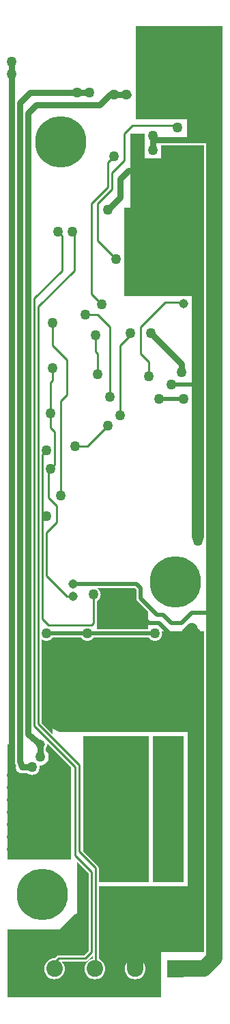
<source format=gbr>
G04 start of page 2 for group 0 idx 0 *
G04 Title: LED driver v. 0.1, back *
G04 Creator: pcb 1.99x *
G04 CreationDate: Sun Jul 26 20:33:58 2009 UTC *
G04 For: davidellsworth *
G04 Format: Gerber/RS-274X *
G04 PCB-Dimensions: 113000 481000 *
G04 PCB-Coordinate-Origin: lower left *
%MOIN*%
%FSLAX24Y24*%
%LNBACK*%
%ADD11C,0.0200*%
%ADD12C,0.0300*%
%ADD13C,0.0800*%
%ADD14C,0.0600*%
%ADD15C,0.0400*%
%ADD16C,0.0100*%
%ADD17C,0.0812*%
%ADD18C,0.0500*%
%ADD19C,0.2500*%
%ADD20C,0.0450*%
%ADD21C,0.0512*%
%ADD22C,0.0250*%
%ADD23C,0.1250*%
G54D11*X2200Y18200D02*X7500D01*
X7700Y29600D02*X8900D01*
G54D12*X7300Y32800D02*X8800Y31300D01*
Y30900D01*
G54D11*G36*
X3700Y3300D02*Y7087D01*
X4249Y6538D01*
Y3300D01*
X3700D01*
G37*
G36*
X300Y500D02*Y3800D01*
X4249D01*
Y2762D01*
X4037Y2550D01*
X2800D01*
X2794Y2549D01*
X2786D01*
X2779Y2548D01*
X2774Y2547D01*
X2768Y2546D01*
X2761Y2544D01*
X2755Y2542D01*
X2748Y2541D01*
X2743Y2538D01*
X2736Y2536D01*
X2730Y2532D01*
X2725Y2529D01*
X2720Y2526D01*
X2713Y2522D01*
X2708Y2518D01*
X2703Y2514D01*
X2699Y2510D01*
X2693Y2506D01*
X2593Y2405D01*
X2506Y2398D01*
X2421Y2375D01*
X2341Y2338D01*
X2269Y2287D01*
X2207Y2225D01*
X2156Y2153D01*
X2119Y2073D01*
X2096Y1987D01*
X2088Y1900D01*
X2096Y1812D01*
X2119Y1727D01*
X2156Y1647D01*
X2207Y1574D01*
X2269Y1512D01*
X2341Y1461D01*
X2421Y1424D01*
X2506Y1401D01*
X2594Y1394D01*
X2682Y1401D01*
X2767Y1424D01*
X2847Y1461D01*
X2919Y1512D01*
X2982Y1574D01*
X3032Y1647D01*
X3069Y1727D01*
X3092Y1812D01*
X3100Y1900D01*
X3092Y1987D01*
X3069Y2073D01*
X3032Y2153D01*
X2982Y2225D01*
X2957Y2250D01*
X4100D01*
X4107Y2250D01*
X4113D01*
X4118Y2251D01*
X4126Y2252D01*
X4133Y2254D01*
X4138Y2255D01*
X4143Y2257D01*
X4151Y2259D01*
X4157Y2262D01*
X4163Y2264D01*
X4168Y2267D01*
X4175Y2270D01*
X4181Y2274D01*
X4186Y2277D01*
X4190Y2280D01*
X4196Y2285D01*
X4201Y2290D01*
X4206Y2294D01*
X4449Y2537D01*
Y2391D01*
X4390Y2375D01*
X4310Y2338D01*
X4237Y2287D01*
X4175Y2225D01*
X4124Y2153D01*
X4087Y2073D01*
X4064Y1987D01*
X4057Y1900D01*
X4064Y1812D01*
X4087Y1727D01*
X4124Y1647D01*
X4175Y1574D01*
X4237Y1512D01*
X4310Y1461D01*
X4390Y1424D01*
X4475Y1401D01*
X4563Y1394D01*
X4650Y1401D01*
X4736Y1424D01*
X4816Y1461D01*
X4888Y1512D01*
X4950Y1574D01*
X5001Y1647D01*
X5038Y1727D01*
X5061Y1812D01*
X5068Y1900D01*
X5061Y1987D01*
X5038Y2073D01*
X5001Y2153D01*
X4950Y2225D01*
X4888Y2287D01*
X4816Y2338D01*
X4750Y2368D01*
Y3800D01*
X6531D01*
Y2405D01*
X6443Y2398D01*
X6358Y2375D01*
X6278Y2338D01*
X6206Y2287D01*
X6144Y2225D01*
X6093Y2153D01*
X6056Y2073D01*
X6033Y1987D01*
X6025Y1900D01*
X6033Y1812D01*
X6056Y1727D01*
X6093Y1647D01*
X6144Y1574D01*
X6206Y1512D01*
X6278Y1461D01*
X6358Y1424D01*
X6443Y1401D01*
X6531Y1394D01*
Y500D01*
X300D01*
G37*
G36*
X6531Y3800D02*X7800D01*
Y500D01*
X6531D01*
Y1394D01*
X6619Y1401D01*
X6704Y1424D01*
X6784Y1461D01*
X6856Y1512D01*
X6919Y1574D01*
X6969Y1647D01*
X7006Y1727D01*
X7029Y1812D01*
X7037Y1900D01*
X7029Y1987D01*
X7006Y2073D01*
X6969Y2153D01*
X6919Y2225D01*
X6856Y2287D01*
X6784Y2338D01*
X6704Y2375D01*
X6619Y2398D01*
X6531Y2405D01*
Y3800D01*
G37*
G36*
X4800Y1200D02*Y1454D01*
X4816Y1461D01*
X4888Y1512D01*
X4950Y1574D01*
X5001Y1647D01*
X5038Y1727D01*
X5061Y1812D01*
X5068Y1900D01*
X5061Y1987D01*
X5038Y2073D01*
X5001Y2153D01*
X4950Y2225D01*
X4888Y2287D01*
X4816Y2338D01*
X4800Y2345D01*
Y2700D01*
X6531D01*
Y2405D01*
X6443Y2398D01*
X6358Y2375D01*
X6278Y2338D01*
X6206Y2287D01*
X6144Y2225D01*
X6093Y2153D01*
X6056Y2073D01*
X6033Y1987D01*
X6025Y1900D01*
X6033Y1812D01*
X6056Y1727D01*
X6093Y1647D01*
X6144Y1574D01*
X6206Y1512D01*
X6278Y1461D01*
X6358Y1424D01*
X6443Y1401D01*
X6531Y1394D01*
Y1200D01*
X4800D01*
G37*
G36*
X6531Y2700D02*X7600D01*
Y1200D01*
X6531D01*
Y1394D01*
X6619Y1401D01*
X6704Y1424D01*
X6784Y1461D01*
X6856Y1512D01*
X6919Y1574D01*
X6969Y1647D01*
X7006Y1727D01*
X7029Y1812D01*
X7037Y1900D01*
X7029Y1987D01*
X7006Y2073D01*
X6969Y2153D01*
X6919Y2225D01*
X6856Y2287D01*
X6784Y2338D01*
X6704Y2375D01*
X6619Y2398D01*
X6531Y2405D01*
Y2700D01*
G37*
G36*
X4750Y5900D02*X9900D01*
Y2700D01*
X4750D01*
Y5900D01*
G37*
G36*
X4679Y20400D02*X6517D01*
X6600Y20317D01*
Y19900D01*
X6600Y19892D01*
Y19882D01*
X6602Y19873D01*
X6603Y19865D01*
X6605Y19856D01*
X6606Y19848D01*
X6609Y19839D01*
X6612Y19831D01*
X6615Y19824D01*
X6618Y19815D01*
X6623Y19807D01*
X6626Y19800D01*
X6631Y19793D01*
X6636Y19785D01*
X6642Y19778D01*
X6646Y19771D01*
X6652Y19765D01*
X6658Y19758D01*
X7150Y19267D01*
Y18400D01*
X4650D01*
Y19785D01*
X4675Y19796D01*
X4725Y19831D01*
X4768Y19875D01*
X4803Y19924D01*
X4829Y19980D01*
X4844Y20039D01*
X4850Y20100D01*
X4844Y20160D01*
X4829Y20219D01*
X4803Y20275D01*
X4768Y20325D01*
X4725Y20368D01*
X4679Y20400D01*
G37*
G36*
X1950Y13862D02*Y14200D01*
X2500D01*
Y13312D01*
X1950Y13862D01*
G37*
G36*
Y17956D02*X1975Y17931D01*
X2024Y17896D01*
X2080Y17871D01*
X2139Y17855D01*
X2200Y17849D01*
X2260Y17855D01*
X2319Y17871D01*
X2375Y17896D01*
X2425Y17931D01*
X2468Y17975D01*
X2485Y18000D01*
X3914D01*
X3931Y17975D01*
X3975Y17931D01*
X4024Y17896D01*
X4080Y17871D01*
X4139Y17855D01*
X4200Y17849D01*
X4260Y17855D01*
X4319Y17871D01*
X4375Y17896D01*
X4425Y17931D01*
X4468Y17975D01*
X4485Y18000D01*
X7214D01*
X7231Y17975D01*
X7275Y17931D01*
X7324Y17896D01*
X7380Y17871D01*
X7439Y17855D01*
X7500Y17849D01*
X7560Y17855D01*
X7619Y17871D01*
X7675Y17896D01*
X7725Y17931D01*
X7768Y17975D01*
X7803Y18024D01*
X7829Y18080D01*
X7844Y18139D01*
X7850Y18200D01*
X7844Y18260D01*
X7834Y18300D01*
X9900D01*
Y14000D01*
X1950D01*
Y17956D01*
G37*
G36*
X7900Y38800D02*Y41800D01*
X9900D01*
Y38800D01*
X7900D01*
G37*
G36*
X6300Y42500D02*X7000D01*
Y41150D01*
X6300D01*
Y42500D01*
G37*
G36*
X7800Y41950D02*X9900D01*
Y41200D01*
X7800D01*
Y41950D01*
G37*
G36*
X6950Y41300D02*X8000D01*
Y41150D01*
X6950D01*
Y41300D01*
G37*
G36*
X6300Y38800D02*Y41300D01*
X8000D01*
Y38800D01*
X6300D01*
G37*
G36*
X6000Y34600D02*Y38900D01*
X9400D01*
Y34600D01*
X6000D01*
G37*
G54D13*X9500Y3800D02*Y14300D01*
Y13800D02*X2900D01*
G54D14*X5600Y15700D02*Y14100D01*
G54D11*X7200Y18700D02*X6700Y19200D01*
G54D14*X9100Y14100D02*Y18200D01*
X9300Y18400D01*
G54D11*X8800Y18200D02*X8200D01*
X7700Y18700D01*
X7200D01*
G54D14*X2300Y14200D02*X2700Y13800D01*
X2300Y15500D02*Y14200D01*
G54D13*X9500Y3800D02*X8800Y3100D01*
X6900D01*
X6531Y2731D01*
Y1900D01*
X3800Y4200D02*X2900Y3300D01*
G54D14*X9600Y40600D02*Y22900D01*
G54D12*X5800Y39400D02*Y40300D01*
X6200Y40700D01*
X9700Y40600D01*
G54D11*X9400Y30300D02*X8300D01*
G54D12*X5200Y38800D02*X5800Y39400D01*
G54D11*G36*
X6550Y47750D02*X10800D01*
Y43200D01*
X6550D01*
Y47750D01*
G37*
G36*
X9050Y43300D02*X10200D01*
Y42556D01*
X10150Y42533D01*
X10078Y42483D01*
X10017Y42421D01*
X9967Y42350D01*
X9943Y42300D01*
X9050D01*
Y43300D01*
G37*
G36*
X9800Y42200D02*Y43400D01*
X10800D01*
Y42397D01*
X10783Y42421D01*
X10721Y42483D01*
X10650Y42533D01*
X10571Y42569D01*
X10486Y42592D01*
X10400Y42600D01*
X10313Y42592D01*
X10229Y42569D01*
X10150Y42533D01*
X10078Y42483D01*
X10017Y42421D01*
X9967Y42350D01*
X9930Y42271D01*
X9911Y42200D01*
X9800D01*
G37*
G36*
X7400Y6100D02*Y13200D01*
X8900D01*
Y6100D01*
X7400D01*
G37*
G36*
X4000Y7612D02*Y13200D01*
X7200D01*
Y6100D01*
X4750D01*
Y6800D01*
X4750D01*
X4749Y6807D01*
Y6813D01*
X4748Y6818D01*
X4747Y6826D01*
X4745Y6833D01*
X4744Y6838D01*
X4743Y6843D01*
X4741Y6851D01*
X4737Y6858D01*
X4735Y6863D01*
X4733Y6867D01*
X4730Y6875D01*
X4725Y6882D01*
X4722Y6886D01*
X4719Y6889D01*
X4715Y6896D01*
X4709Y6902D01*
X4706Y6906D01*
X4000Y7612D01*
G37*
G36*
X300Y12800D02*X630D01*
Y12000D01*
X634Y11953D01*
X646Y11907D01*
X666Y11865D01*
X693Y11826D01*
X694Y11824D01*
X716Y11759D01*
X714Y11750D01*
X710Y11700D01*
X714Y11649D01*
X727Y11600D01*
X748Y11555D01*
X777Y11513D01*
X813Y11477D01*
X855Y11448D01*
X900Y11427D01*
X949Y11414D01*
X1000Y11410D01*
X1271D01*
X1315Y11379D01*
X1373Y11352D01*
X1435Y11335D01*
X1500Y11330D01*
X1564Y11335D01*
X1626Y11352D01*
X1685Y11379D01*
X1737Y11416D01*
X1783Y11462D01*
X1820Y11515D01*
X1847Y11573D01*
X1864Y11635D01*
X1870Y11700D01*
X1864Y11764D01*
X1856Y11793D01*
X1900Y11790D01*
X1971Y11796D01*
X2040Y11814D01*
X2105Y11844D01*
X2163Y11885D01*
X2214Y11936D01*
X2255Y11995D01*
X2285Y12059D01*
X2303Y12128D01*
X2310Y12200D01*
X2303Y12271D01*
X2285Y12340D01*
X2255Y12405D01*
X2214Y12463D01*
X2163Y12514D01*
X2150Y12523D01*
Y12592D01*
X2181Y12637D01*
X2205Y12688D01*
X2220Y12743D01*
X2225Y12800D01*
X2287D01*
X3400Y11687D01*
Y7200D01*
X300D01*
Y12800D01*
G37*
G54D12*X4800Y43900D02*X5300Y44400D01*
X6200D01*
G54D15*X10100Y42900D02*Y42300D01*
G54D12*X7400Y42200D02*X10100D01*
G54D16*X8400Y42900D02*X8600Y42800D01*
G54D12*X7400Y42200D02*Y41700D01*
G54D16*X6000Y41200D02*Y42500D01*
X6400Y42900D01*
G54D12*X1700Y43900D02*X4800D01*
G54D16*X3200Y29800D02*Y31500D01*
X2500Y32200D02*X3200Y31500D01*
X2400Y30400D02*X2500Y30500D01*
Y31100D01*
X4700Y33700D02*X4100D01*
X1800Y34100D02*X3550Y35850D01*
X4900Y34200D02*X4400Y34700D01*
X1600Y34500D02*X2950Y35850D01*
X3550Y37650D02*X3450Y37750D01*
X2950Y35850D02*Y37550D01*
X2800Y37700D01*
X3550Y35850D02*Y37650D01*
X4600Y32700D02*Y31900D01*
X4700Y31800D01*
Y30800D01*
X4400Y34700D02*Y39100D01*
X5600Y36400D02*X4700Y37300D01*
Y39100D01*
X5200Y39900D02*X4400Y39100D01*
X4700D02*X5400Y39800D01*
Y40600D01*
X6000Y41200D01*
X5200Y41100D02*Y39900D01*
X5500Y41400D02*X5200Y41100D01*
X8000Y34300D02*X8900D01*
X5800Y32200D02*X6300Y32700D01*
G54D12*X1300Y13300D02*Y43500D01*
X900Y12000D02*Y44000D01*
X1400Y44500D01*
G54D16*X1600Y13700D02*Y34500D01*
X1800Y34100D02*Y13800D01*
X3200Y20000D02*X3500D01*
X2200Y23900D02*X2000Y24100D01*
X2200Y21000D02*Y23100D01*
X2700Y23600D01*
Y24400D01*
X2300Y24800D01*
X2900Y24900D02*Y29500D01*
X2300Y26100D02*X2600Y26400D01*
Y28000D01*
X2900Y29500D02*X3200Y29800D01*
X2300Y24800D02*Y26100D01*
X2200Y27100D02*X2000Y26900D01*
X3700Y27300D02*X3600Y27200D01*
X5200Y28300D02*X4200Y27300D01*
X3700D01*
G54D12*X500Y10800D02*Y46000D01*
G54D16*X4400Y2700D02*Y6600D01*
X3600Y11700D02*Y7400D01*
X1800Y13800D02*X3800Y11800D01*
X1600Y13700D02*X3600Y11700D01*
Y7400D02*X4400Y6600D01*
X3800Y7600D02*Y11800D01*
X4600Y6800D02*X3800Y7600D01*
X4600Y1900D02*Y6800D01*
G54D12*X1000Y11700D02*X900Y12000D01*
X1000Y11700D02*X1500D01*
G54D16*X4400Y2700D02*X4100Y2400D01*
X2800D01*
X2600Y2200D01*
G54D13*X10400Y2400D02*X9900Y1900D01*
X8500D01*
G54D16*X2600Y2200D02*Y1900D01*
G54D12*X1300Y13300D02*X1900Y12800D01*
G54D11*X3500Y20600D02*X6600D01*
G54D12*X1900Y12300D02*Y12200D01*
Y12800D02*Y12300D01*
G54D11*X8800Y18700D02*X9300Y19200D01*
X10300D01*
X8300Y18700D02*X8800D01*
G54D16*X2200Y23900D02*X2000Y23700D01*
Y26900D02*Y18900D01*
X2300Y18600D01*
X4400D01*
X4500Y18700D01*
G54D11*X6600Y20600D02*X6800Y20400D01*
Y19900D01*
X7600Y19100D01*
G54D16*X6400Y42900D02*X8400D01*
G54D11*X7600Y19100D02*X7900D01*
X8300Y18700D01*
G54D16*X6800Y33100D02*X8000Y34300D01*
X2600Y28000D02*X2400Y28200D01*
Y30400D01*
X2500Y32200D02*Y33300D01*
G54D13*X10400Y2400D02*Y42100D01*
G54D16*X5300Y33100D02*X4700Y33700D01*
G54D15*X10600Y42800D02*Y41900D01*
X10400Y43100D02*Y42100D01*
G54D16*X4500Y18700D02*Y20100D01*
X3200Y20000D02*X2200Y21000D01*
X5800Y28800D02*Y32200D01*
X5300Y29700D02*Y33100D01*
X7200Y30700D02*Y31400D01*
X6300Y32700D02*Y32800D01*
X7200Y31400D02*X6800Y31800D01*
Y33100D01*
G54D12*X1400Y44500D02*X4300D01*
X1300Y43500D02*X1700Y43900D01*
G54D11*G36*
X8094Y2305D02*Y1494D01*
X8905D01*
Y2305D01*
X8094D01*
G37*
G54D17*X6531Y1900D03*
X4563D03*
X2594D03*
G54D18*X9400Y4900D03*
Y4300D03*
X7700Y11800D03*
X8400D03*
X9600Y22700D03*
Y23300D03*
X6600Y19200D03*
X9000Y15100D03*
X7500Y18200D03*
X9000Y15700D03*
X5600D03*
Y15100D03*
X2200Y15700D03*
Y15100D03*
G54D19*X8500Y20700D03*
G54D18*X4200Y18200D03*
X2200D03*
G54D20*X3500Y20600D03*
Y20000D03*
G54D18*X4500Y20100D03*
X9500Y18200D03*
X8300Y30300D03*
X7700Y29600D03*
X8900D03*
X5800Y28800D03*
X5300Y29700D03*
X5200Y28300D03*
X2200Y23900D03*
X2400Y28900D03*
X2200Y27100D03*
X2400Y26200D03*
X2900Y24900D03*
X3600Y27300D03*
X7200Y30700D03*
X4700Y30800D03*
X2500Y31100D03*
X8800Y30900D03*
X500Y11300D03*
Y10700D03*
Y10100D03*
Y9500D03*
G54D20*X1900Y12800D03*
G54D18*X1500Y11700D03*
X1900Y12200D03*
X500Y8900D03*
Y8300D03*
G54D19*X2000Y5500D03*
G54D18*X2300Y7700D03*
X1700D03*
X1100D03*
X500D03*
X4700D03*
X5300D03*
Y7100D03*
X5900D03*
X6500D03*
X7800D03*
X8400D03*
X5900Y7700D03*
X6500D03*
X7800D03*
X8400D03*
X10400Y45400D03*
Y46100D03*
X500Y45400D03*
Y46000D03*
G54D19*X2900Y42100D03*
G54D18*X4300Y44500D03*
X3700D03*
X8900Y40700D03*
X9500D03*
X8300D03*
X7700D03*
X5500Y44400D03*
X8600Y42800D03*
X6100Y44400D03*
X7400Y42400D03*
Y41700D03*
X5500Y41400D03*
G54D20*X8900Y34250D03*
G54D18*X6300Y32800D03*
X7300D03*
X2500Y33300D03*
X4600Y32700D03*
X4900Y34200D03*
X4100Y33700D03*
X2750Y37750D03*
X5200Y38800D03*
X5600Y36400D03*
X3450Y37750D03*
G54D21*G54D22*G54D23*G54D22*G54D11*G54D22*G54D11*G54D22*G54D23*G54D22*G54D23*G54D22*G54D11*G54D22*M02*

</source>
